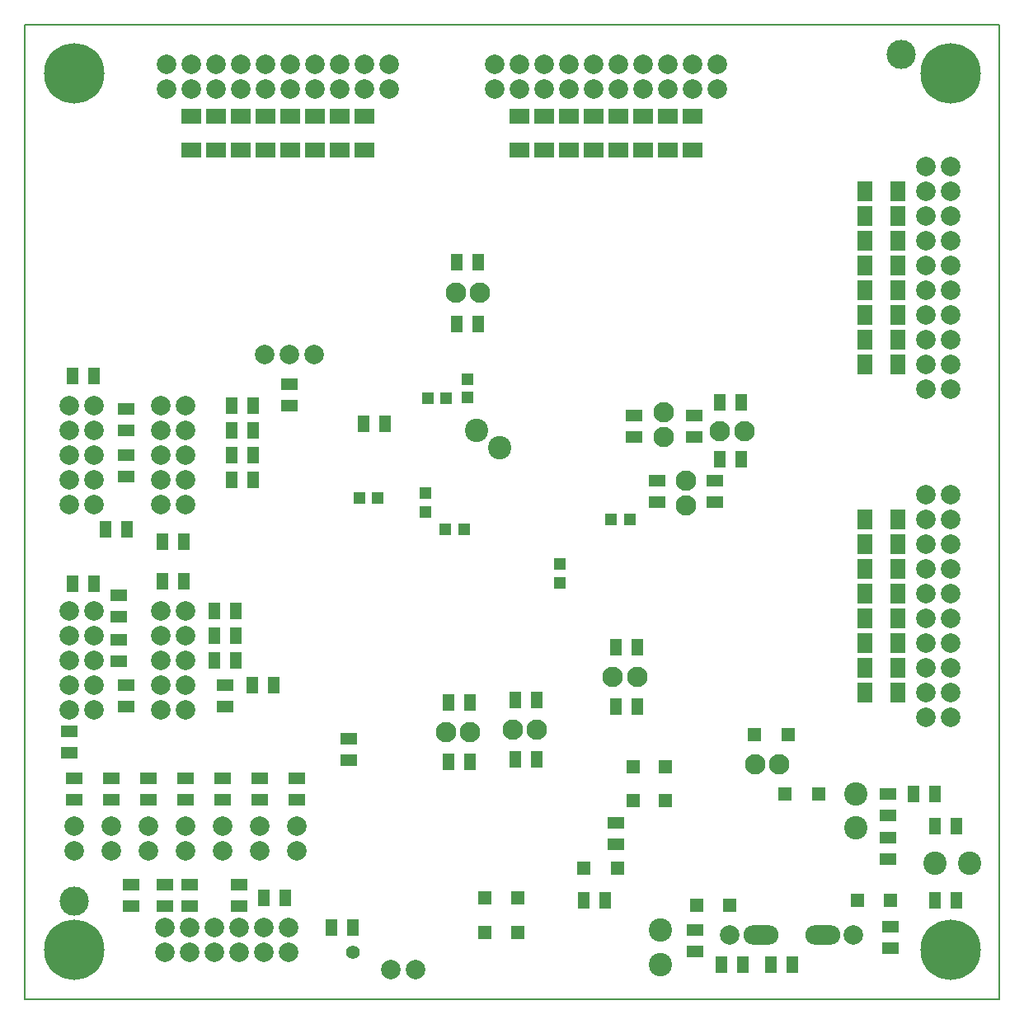
<source format=gbs>
G04 #@! TF.FileFunction,Soldermask,Bot*
%FSLAX46Y46*%
G04 Gerber Fmt 4.6, Leading zero omitted, Abs format (unit mm)*
G04 Created by KiCad (PCBNEW 4.0.2-stable) date 25/05/2016 09:56:59*
%MOMM*%
G01*
G04 APERTURE LIST*
%ADD10C,0.100000*%
%ADD11C,0.150000*%
%ADD12R,1.700000X1.300000*%
%ADD13R,1.300000X1.700000*%
%ADD14R,1.400000X1.400000*%
%ADD15R,1.500000X2.100000*%
%ADD16R,1.300000X1.300000*%
%ADD17R,2.100000X1.500000*%
%ADD18C,2.000000*%
%ADD19O,3.600000X2.000000*%
%ADD20C,2.400000*%
%ADD21C,2.100000*%
%ADD22C,6.200000*%
%ADD23C,3.000000*%
%ADD24C,1.400000*%
G04 APERTURE END LIST*
D10*
D11*
X100000000Y0D02*
X0Y0D01*
X100000000Y100000000D02*
X100000000Y0D01*
X0Y100000000D02*
X100000000Y100000000D01*
X0Y0D02*
X0Y100000000D01*
D12*
X10922000Y11768000D03*
X10922000Y9568000D03*
X10414000Y30058000D03*
X10414000Y32258000D03*
X24130000Y20490000D03*
X24130000Y22690000D03*
X27940000Y20490000D03*
X27940000Y22690000D03*
D13*
X93472000Y21082000D03*
X91272000Y21082000D03*
D14*
X50595000Y6858000D03*
X47195000Y6858000D03*
D15*
X89660000Y82931000D03*
X86260000Y82931000D03*
X89660000Y80391000D03*
X86260000Y80391000D03*
X89660000Y77851000D03*
X86260000Y77851000D03*
X89660000Y75311000D03*
X86260000Y75311000D03*
X89660000Y72771000D03*
X86260000Y72771000D03*
X89660000Y70231000D03*
X86260000Y70231000D03*
X89660000Y67691000D03*
X86260000Y67691000D03*
X89660000Y65151000D03*
X86260000Y65151000D03*
X89660000Y49276000D03*
X86260000Y49276000D03*
X89660000Y46736000D03*
X86260000Y46736000D03*
X89660000Y44196000D03*
X86260000Y44196000D03*
X89660000Y41656000D03*
X86260000Y41656000D03*
X89660000Y39116000D03*
X86260000Y39116000D03*
X89660000Y36576000D03*
X86260000Y36576000D03*
D16*
X60198000Y49276000D03*
X62098000Y49276000D03*
X54927500Y44640500D03*
X54927500Y42740500D03*
X45466000Y63627000D03*
X45466000Y61727000D03*
X41341000Y61722000D03*
X43241000Y61722000D03*
X36205000Y51435000D03*
X34305000Y51435000D03*
X41148000Y50038000D03*
X41148000Y51938000D03*
D13*
X62861313Y29991203D03*
X60661313Y29991203D03*
D16*
X43180000Y48260000D03*
X45080000Y48260000D03*
D17*
X17094000Y90600000D03*
X17094000Y87200000D03*
X19634000Y90600000D03*
X19634000Y87200000D03*
X22174000Y90600000D03*
X22174000Y87200000D03*
X24714000Y90600000D03*
X24714000Y87200000D03*
X27254000Y90600000D03*
X27254000Y87200000D03*
X29794000Y90600000D03*
X29794000Y87200000D03*
X32334000Y90600000D03*
X32334000Y87200000D03*
X34874000Y90600000D03*
X34874000Y87200000D03*
X50749000Y90600000D03*
X50749000Y87200000D03*
X53289000Y90600000D03*
X53289000Y87200000D03*
X55829000Y90600000D03*
X55829000Y87200000D03*
X58369000Y90600000D03*
X58369000Y87200000D03*
X60909000Y90600000D03*
X60909000Y87200000D03*
X63449000Y90600000D03*
X63449000Y87200000D03*
X65989000Y90600000D03*
X65989000Y87200000D03*
X68529000Y90600000D03*
X68529000Y87200000D03*
D12*
X20320000Y20490000D03*
X20320000Y22690000D03*
X16510000Y20490000D03*
X16510000Y22690000D03*
X12700000Y20490000D03*
X12700000Y22690000D03*
X8890000Y20490000D03*
X8890000Y22690000D03*
X5080000Y20490000D03*
X5080000Y22690000D03*
D15*
X89660000Y34036000D03*
X86260000Y34036000D03*
X89660000Y31496000D03*
X86260000Y31496000D03*
D12*
X88646000Y16594000D03*
X88646000Y14394000D03*
D13*
X76624000Y3556000D03*
X78824000Y3556000D03*
D12*
X14352052Y11764844D03*
X14352052Y9564844D03*
D13*
X8298000Y48260000D03*
X10498000Y48260000D03*
X14140000Y42926000D03*
X16340000Y42926000D03*
X14140000Y46990000D03*
X16340000Y46990000D03*
X23452000Y55880000D03*
X21252000Y55880000D03*
X23452000Y53340000D03*
X21252000Y53340000D03*
D12*
X20574000Y30058000D03*
X20574000Y32258000D03*
D13*
X21252000Y58420000D03*
X23452000Y58420000D03*
X23368000Y32258000D03*
X25568000Y32258000D03*
D18*
X72390000Y6600000D03*
D19*
X75565000Y6600000D03*
D18*
X85090000Y6600000D03*
D19*
X81915000Y6600000D03*
D12*
X68834000Y7112000D03*
X68834000Y4912000D03*
D13*
X62861313Y36087203D03*
X60661313Y36087203D03*
X45720000Y30480000D03*
X43520000Y30480000D03*
X45720000Y24384000D03*
X43520000Y24384000D03*
D12*
X62496500Y57726400D03*
X62496500Y59926400D03*
X68719500Y57726400D03*
X68719500Y59926400D03*
D13*
X71366000Y55435500D03*
X73566000Y55435500D03*
X71366000Y61277500D03*
X73566000Y61277500D03*
X36957000Y59055000D03*
X34757000Y59055000D03*
X52578000Y24638000D03*
X50378000Y24638000D03*
X52578000Y30734000D03*
X50378000Y30734000D03*
D20*
X65278000Y3556000D03*
X65278000Y7056000D03*
D12*
X88646000Y21082000D03*
X88646000Y18882000D03*
D13*
X71544000Y3556000D03*
X73744000Y3556000D03*
D12*
X88900000Y7450000D03*
X88900000Y5250000D03*
D13*
X93472000Y10160000D03*
X95672000Y10160000D03*
D20*
X93472000Y13970000D03*
X96972000Y13970000D03*
X85344000Y21082000D03*
X85344000Y17582000D03*
D13*
X19474000Y39878000D03*
X21674000Y39878000D03*
X19431000Y37338000D03*
X21631000Y37338000D03*
X19431000Y34798000D03*
X21631000Y34798000D03*
X23452000Y60960000D03*
X21252000Y60960000D03*
X7112000Y64008000D03*
X4912000Y64008000D03*
D12*
X10414000Y58420000D03*
X10414000Y60620000D03*
X10414000Y55880000D03*
X10414000Y53680000D03*
D13*
X7112000Y42672000D03*
X4912000Y42672000D03*
D12*
X9652000Y39286000D03*
X9652000Y41486000D03*
X9652000Y34714000D03*
X9652000Y36914000D03*
D13*
X93472000Y17780000D03*
X95672000Y17780000D03*
D21*
X45720000Y27432000D03*
X43220000Y27432000D03*
X46716000Y72542400D03*
X44216000Y72542400D03*
X74950000Y24130000D03*
X77450000Y24130000D03*
X52578000Y27686000D03*
X50078000Y27686000D03*
X71343000Y58293000D03*
X73843000Y58293000D03*
X65548978Y57717944D03*
X65548978Y60217944D03*
X67830500Y53213000D03*
X67830500Y50713000D03*
X62861313Y33039203D03*
X60361313Y33039203D03*
D12*
X60706000Y15918000D03*
X60706000Y18118000D03*
D13*
X57404000Y10160000D03*
X59604000Y10160000D03*
D14*
X57404000Y13462000D03*
X60804000Y13462000D03*
X65786000Y20398000D03*
X65786000Y23798000D03*
X81456000Y21082000D03*
X78056000Y21082000D03*
X47195000Y10414000D03*
X50595000Y10414000D03*
X62484000Y23798000D03*
X62484000Y20398000D03*
X74930000Y27178000D03*
X78330000Y27178000D03*
D12*
X27178000Y60960000D03*
X27178000Y63160000D03*
X16892052Y11764844D03*
X16892052Y9564844D03*
X21972052Y11764844D03*
X21972052Y9564844D03*
D13*
X26712052Y10410844D03*
X24512052Y10410844D03*
X33656052Y7362844D03*
X31456052Y7362844D03*
D18*
X95072000Y28956000D03*
X92532000Y28956000D03*
X95072000Y31496000D03*
X92532000Y31496000D03*
X95072000Y34036000D03*
X92532000Y34036000D03*
X95072000Y36576000D03*
X92532000Y36576000D03*
X95072000Y39116000D03*
X92532000Y39116000D03*
X95072000Y41656000D03*
X92532000Y41656000D03*
X95072000Y44196000D03*
X92532000Y44196000D03*
X95072000Y46736000D03*
X92532000Y46736000D03*
X95072000Y49276000D03*
X92532000Y49276000D03*
X95072000Y51816000D03*
X92532000Y51816000D03*
X95072000Y62611000D03*
X92532000Y62611000D03*
X95072000Y65151000D03*
X92532000Y65151000D03*
X95072000Y67691000D03*
X92532000Y67691000D03*
X95072000Y70231000D03*
X92532000Y70231000D03*
X95072000Y72771000D03*
X92532000Y72771000D03*
X95072000Y75311000D03*
X92532000Y75311000D03*
X95072000Y77851000D03*
X92532000Y77851000D03*
X95072000Y80391000D03*
X92532000Y80391000D03*
X95072000Y82931000D03*
X92532000Y82931000D03*
X95072000Y85471000D03*
X92532000Y85471000D03*
X71069000Y96012000D03*
X71069000Y93472000D03*
X68529000Y96012000D03*
X68529000Y93472000D03*
X65989000Y96012000D03*
X65989000Y93472000D03*
X63449000Y96012000D03*
X63449000Y93472000D03*
X60909000Y96012000D03*
X60909000Y93472000D03*
X58369000Y96012000D03*
X58369000Y93472000D03*
X55829000Y96012000D03*
X55829000Y93472000D03*
X53289000Y96012000D03*
X53289000Y93472000D03*
X50749000Y96012000D03*
X50749000Y93472000D03*
X48209000Y96012000D03*
X48209000Y93472000D03*
X37414000Y96012000D03*
X37414000Y93472000D03*
X34874000Y96012000D03*
X34874000Y93472000D03*
X32334000Y96012000D03*
X32334000Y93472000D03*
X29794000Y96012000D03*
X29794000Y93472000D03*
X27254000Y96012000D03*
X27254000Y93472000D03*
X24714000Y96012000D03*
X24714000Y93472000D03*
X22174000Y96012000D03*
X22174000Y93472000D03*
X19634000Y96012000D03*
X19634000Y93472000D03*
X17094000Y96012000D03*
X17094000Y93472000D03*
X14554000Y96012000D03*
X14554000Y93472000D03*
X13970000Y60960000D03*
X16510000Y60960000D03*
X13970000Y58420000D03*
X16510000Y58420000D03*
X13970000Y55880000D03*
X16510000Y55880000D03*
X13970000Y53340000D03*
X16510000Y53340000D03*
X13970000Y50800000D03*
X16510000Y50800000D03*
X13970000Y39878000D03*
X16510000Y39878000D03*
X13970000Y37338000D03*
X16510000Y37338000D03*
X13970000Y34798000D03*
X16510000Y34798000D03*
X13970000Y32258000D03*
X16510000Y32258000D03*
X13970000Y29718000D03*
X16510000Y29718000D03*
X4572000Y39878000D03*
X7112000Y39878000D03*
X4572000Y37338000D03*
X7112000Y37338000D03*
X4572000Y34798000D03*
X7112000Y34798000D03*
X4572000Y32258000D03*
X7112000Y32258000D03*
X4572000Y29718000D03*
X7112000Y29718000D03*
X4572000Y60960000D03*
X7112000Y60960000D03*
X4572000Y58420000D03*
X7112000Y58420000D03*
X4572000Y55880000D03*
X7112000Y55880000D03*
X4572000Y53340000D03*
X7112000Y53340000D03*
X4572000Y50800000D03*
X7112000Y50800000D03*
X29718000Y66167000D03*
X24638000Y66167000D03*
X27178000Y66167000D03*
X5080000Y17780000D03*
X5080000Y15240000D03*
X37592000Y3048000D03*
X40132000Y3048000D03*
D22*
X5000000Y5000000D03*
X95000000Y5000000D03*
X95000000Y95000000D03*
X5000000Y95000000D03*
D14*
X68990000Y9652000D03*
X72390000Y9652000D03*
X88900000Y10160000D03*
X85500000Y10160000D03*
D23*
X90000000Y97000000D03*
X5000000Y10000000D03*
D18*
X14352052Y4822844D03*
X14352052Y7362844D03*
X16892052Y4822844D03*
X16892052Y7362844D03*
X19432052Y4822844D03*
X19432052Y7362844D03*
X21972052Y4822844D03*
X21972052Y7362844D03*
X24512052Y4822844D03*
X24512052Y7362844D03*
X27052052Y7362844D03*
X27052052Y4822844D03*
D13*
X46566000Y69342000D03*
X44366000Y69342000D03*
X46566000Y75692000D03*
X44366000Y75692000D03*
D12*
X64897000Y53213000D03*
X64897000Y51013000D03*
X70802500Y53213000D03*
X70802500Y51013000D03*
D18*
X8890000Y17780000D03*
X8890000Y15240000D03*
X12700000Y17780000D03*
X12700000Y15240000D03*
X16510000Y17780000D03*
X16510000Y15240000D03*
X20320000Y17780000D03*
X20320000Y15240000D03*
X24130000Y17780000D03*
X24130000Y15240000D03*
X27940000Y17780000D03*
X27940000Y15240000D03*
D24*
X33656052Y4822844D03*
D12*
X4572000Y25316000D03*
X4572000Y27516000D03*
X33274000Y24554000D03*
X33274000Y26754000D03*
D20*
X48768000Y56642000D03*
X46355000Y58420000D03*
M02*

</source>
